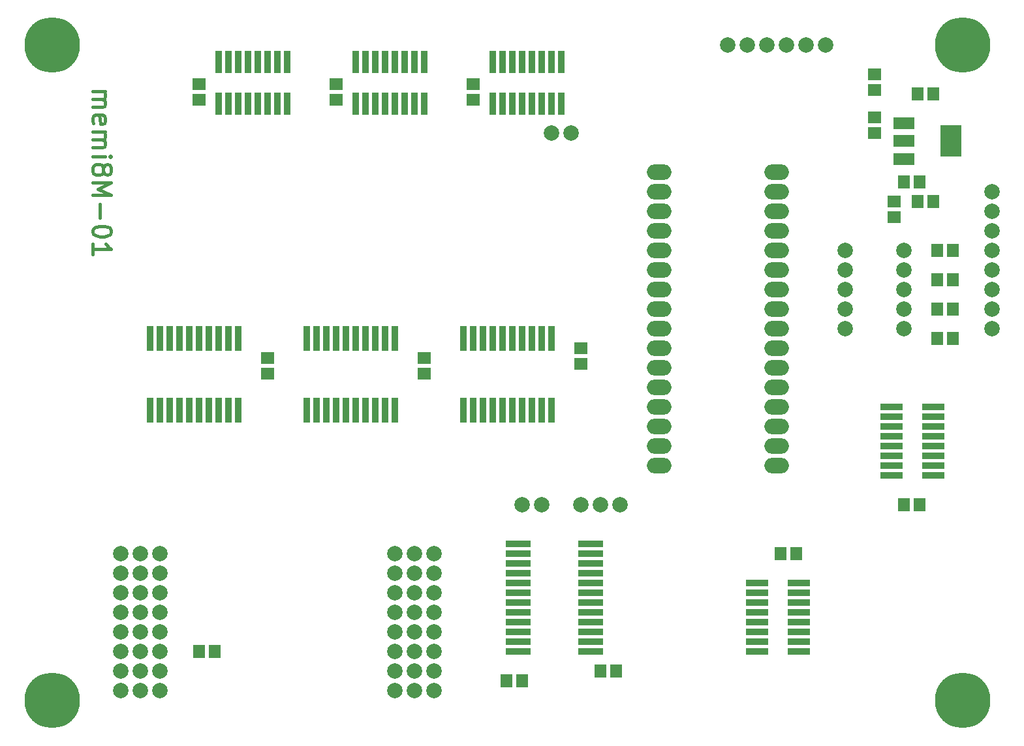
<source format=gts>
G04 #@! TF.FileFunction,Soldermask,Top*
%FSLAX46Y46*%
G04 Gerber Fmt 4.6, Leading zero omitted, Abs format (unit mm)*
G04 Created by KiCad (PCBNEW 4.0.7) date 01/31/20 11:09:44*
%MOMM*%
%LPD*%
G01*
G04 APERTURE LIST*
%ADD10C,0.100000*%
%ADD11C,0.400000*%
%ADD12R,1.600000X1.700000*%
%ADD13R,1.700000X1.600000*%
%ADD14C,2.000000*%
%ADD15R,0.900000X3.000000*%
%ADD16R,3.000000X0.900000*%
%ADD17O,3.200000X2.000000*%
%ADD18R,0.900000X3.200000*%
%ADD19R,2.700000X1.500000*%
%ADD20R,2.800000X4.050000*%
%ADD21R,3.200000X0.900000*%
%ADD22C,7.200000*%
G04 APERTURE END LIST*
D10*
D11*
X12884286Y-13615715D02*
X14484286Y-13615715D01*
X14255714Y-13615715D02*
X14370000Y-13730000D01*
X14484286Y-13958572D01*
X14484286Y-14301429D01*
X14370000Y-14530000D01*
X14141429Y-14644286D01*
X12884286Y-14644286D01*
X14141429Y-14644286D02*
X14370000Y-14758572D01*
X14484286Y-14987143D01*
X14484286Y-15330000D01*
X14370000Y-15558572D01*
X14141429Y-15672857D01*
X12884286Y-15672857D01*
X12998571Y-17730000D02*
X12884286Y-17501429D01*
X12884286Y-17044286D01*
X12998571Y-16815715D01*
X13227143Y-16701429D01*
X14141429Y-16701429D01*
X14370000Y-16815715D01*
X14484286Y-17044286D01*
X14484286Y-17501429D01*
X14370000Y-17730000D01*
X14141429Y-17844286D01*
X13912857Y-17844286D01*
X13684286Y-16701429D01*
X12884286Y-18872858D02*
X14484286Y-18872858D01*
X14255714Y-18872858D02*
X14370000Y-18987143D01*
X14484286Y-19215715D01*
X14484286Y-19558572D01*
X14370000Y-19787143D01*
X14141429Y-19901429D01*
X12884286Y-19901429D01*
X14141429Y-19901429D02*
X14370000Y-20015715D01*
X14484286Y-20244286D01*
X14484286Y-20587143D01*
X14370000Y-20815715D01*
X14141429Y-20930000D01*
X12884286Y-20930000D01*
X12884286Y-22072858D02*
X14484286Y-22072858D01*
X15284286Y-22072858D02*
X15170000Y-21958572D01*
X15055714Y-22072858D01*
X15170000Y-22187143D01*
X15284286Y-22072858D01*
X15055714Y-22072858D01*
X14255714Y-23558572D02*
X14370000Y-23330000D01*
X14484286Y-23215715D01*
X14712857Y-23101429D01*
X14827143Y-23101429D01*
X15055714Y-23215715D01*
X15170000Y-23330000D01*
X15284286Y-23558572D01*
X15284286Y-24015715D01*
X15170000Y-24244286D01*
X15055714Y-24358572D01*
X14827143Y-24472857D01*
X14712857Y-24472857D01*
X14484286Y-24358572D01*
X14370000Y-24244286D01*
X14255714Y-24015715D01*
X14255714Y-23558572D01*
X14141429Y-23330000D01*
X14027143Y-23215715D01*
X13798571Y-23101429D01*
X13341429Y-23101429D01*
X13112857Y-23215715D01*
X12998571Y-23330000D01*
X12884286Y-23558572D01*
X12884286Y-24015715D01*
X12998571Y-24244286D01*
X13112857Y-24358572D01*
X13341429Y-24472857D01*
X13798571Y-24472857D01*
X14027143Y-24358572D01*
X14141429Y-24244286D01*
X14255714Y-24015715D01*
X12884286Y-25501429D02*
X15284286Y-25501429D01*
X13570000Y-26301429D01*
X15284286Y-27101429D01*
X12884286Y-27101429D01*
X13798571Y-28244286D02*
X13798571Y-30072857D01*
X15284286Y-31672857D02*
X15284286Y-31901429D01*
X15170000Y-32130000D01*
X15055714Y-32244286D01*
X14827143Y-32358572D01*
X14370000Y-32472857D01*
X13798571Y-32472857D01*
X13341429Y-32358572D01*
X13112857Y-32244286D01*
X12998571Y-32130000D01*
X12884286Y-31901429D01*
X12884286Y-31672857D01*
X12998571Y-31444286D01*
X13112857Y-31330000D01*
X13341429Y-31215715D01*
X13798571Y-31101429D01*
X14370000Y-31101429D01*
X14827143Y-31215715D01*
X15055714Y-31330000D01*
X15170000Y-31444286D01*
X15284286Y-31672857D01*
X12884286Y-34758571D02*
X12884286Y-33387143D01*
X12884286Y-34072857D02*
X15284286Y-34072857D01*
X14941429Y-33844286D01*
X14712857Y-33615714D01*
X14598571Y-33387143D01*
D12*
X118110000Y-25400000D03*
X120154700Y-25400000D03*
D13*
X114300000Y-19050000D03*
X114300000Y-17005300D03*
X26670000Y-12700000D03*
X26670000Y-14744700D03*
X44450000Y-12700000D03*
X44450000Y-14744700D03*
X62230000Y-12700000D03*
X62230000Y-14744700D03*
D12*
X104140000Y-73660000D03*
X102095300Y-73660000D03*
X78740000Y-88900000D03*
X80784700Y-88900000D03*
X118110000Y-67310000D03*
X120154700Y-67310000D03*
D13*
X35560000Y-48260000D03*
X35560000Y-50304700D03*
X55880000Y-48260000D03*
X55880000Y-50304700D03*
X76200000Y-46990000D03*
X76200000Y-49034700D03*
D12*
X68580000Y-90170000D03*
X66535300Y-90170000D03*
X26670000Y-86360000D03*
X28714700Y-86360000D03*
X121920000Y-27940000D03*
X119875300Y-27940000D03*
X121920000Y-13970000D03*
X119875300Y-13970000D03*
D14*
X95250000Y-7620000D03*
X97790000Y-7620000D03*
X100330000Y-7620000D03*
X102870000Y-7620000D03*
X105410000Y-7620000D03*
X107950000Y-7620000D03*
X129540000Y-29210000D03*
X129540000Y-26670000D03*
X81280000Y-67310000D03*
X78740000Y-67310000D03*
X76200000Y-67310000D03*
X129540000Y-44450000D03*
X129540000Y-41910000D03*
X129540000Y-39370000D03*
X129540000Y-36830000D03*
X129540000Y-34290000D03*
X129540000Y-31750000D03*
X71120000Y-67310000D03*
X68580000Y-67310000D03*
X72390000Y-19050000D03*
X74930000Y-19050000D03*
D13*
X116840000Y-27940000D03*
X116840000Y-29984700D03*
X114300000Y-11430000D03*
X114300000Y-13474700D03*
D12*
X124460000Y-34290000D03*
X122415300Y-34290000D03*
X124460000Y-38100000D03*
X122415300Y-38100000D03*
X124460000Y-41910000D03*
X122415300Y-41910000D03*
X124460000Y-45720000D03*
X122415300Y-45720000D03*
D14*
X110490000Y-34290000D03*
X110490000Y-36830000D03*
X110490000Y-39370000D03*
X110490000Y-41910000D03*
X110490000Y-44450000D03*
X118110000Y-44450000D03*
X118110000Y-41910000D03*
X118110000Y-39370000D03*
X118110000Y-36830000D03*
X118110000Y-34290000D03*
D15*
X29210000Y-15240000D03*
X30480000Y-15240000D03*
X31750000Y-15240000D03*
X33020000Y-15240000D03*
X34290000Y-15240000D03*
X35560000Y-15240000D03*
X36830000Y-15240000D03*
X36830000Y-9842500D03*
X35560000Y-9842500D03*
X34290000Y-9842500D03*
X33020000Y-9842500D03*
X31750000Y-9842500D03*
X30480000Y-9842500D03*
X29210000Y-9842500D03*
X38100000Y-15240000D03*
X38100000Y-9842500D03*
X46990000Y-15240000D03*
X48260000Y-15240000D03*
X49530000Y-15240000D03*
X50800000Y-15240000D03*
X52070000Y-15240000D03*
X53340000Y-15240000D03*
X54610000Y-15240000D03*
X54610000Y-9842500D03*
X53340000Y-9842500D03*
X52070000Y-9842500D03*
X50800000Y-9842500D03*
X49530000Y-9842500D03*
X48260000Y-9842500D03*
X46990000Y-9842500D03*
X55880000Y-15240000D03*
X55880000Y-9842500D03*
X64770000Y-15240000D03*
X66040000Y-15240000D03*
X67310000Y-15240000D03*
X68580000Y-15240000D03*
X69850000Y-15240000D03*
X71120000Y-15240000D03*
X72390000Y-15240000D03*
X72390000Y-9842500D03*
X71120000Y-9842500D03*
X69850000Y-9842500D03*
X68580000Y-9842500D03*
X67310000Y-9842500D03*
X66040000Y-9842500D03*
X64770000Y-9842500D03*
X73660000Y-15240000D03*
X73660000Y-9842500D03*
D16*
X99060000Y-77470000D03*
X99060000Y-78740000D03*
X99060000Y-80010000D03*
X99060000Y-81280000D03*
X99060000Y-82550000D03*
X99060000Y-83820000D03*
X99060000Y-85090000D03*
X104457500Y-85090000D03*
X104457500Y-83820000D03*
X104457500Y-82550000D03*
X104457500Y-81280000D03*
X104457500Y-80010000D03*
X104457500Y-78740000D03*
X104457500Y-77470000D03*
X99060000Y-86360000D03*
X104457500Y-86360000D03*
D17*
X86360000Y-24130000D03*
X86360000Y-26670000D03*
X86360000Y-29210000D03*
X86360000Y-31750000D03*
X86360000Y-34290000D03*
X86360000Y-36830000D03*
X86360000Y-39370000D03*
X86360000Y-41910000D03*
X86360000Y-44450000D03*
X86360000Y-46990000D03*
X86360000Y-49530000D03*
X86360000Y-52070000D03*
X86360000Y-54610000D03*
X86360000Y-57150000D03*
X86360000Y-59690000D03*
X86360000Y-62230000D03*
X101600000Y-62230000D03*
X101600000Y-59690000D03*
X101600000Y-57150000D03*
X101600000Y-54610000D03*
X101600000Y-52070000D03*
X101600000Y-49530000D03*
X101600000Y-46990000D03*
X101600000Y-44450000D03*
X101600000Y-41910000D03*
X101600000Y-39370000D03*
X101600000Y-36830000D03*
X101600000Y-34290000D03*
X101600000Y-31750000D03*
X101600000Y-29210000D03*
X101600000Y-26670000D03*
X101600000Y-24130000D03*
D18*
X31750000Y-45720000D03*
X30480000Y-45720000D03*
X29210000Y-45720000D03*
X27940000Y-45720000D03*
X26670000Y-45720000D03*
X25400000Y-45720000D03*
X24130000Y-45720000D03*
X22860000Y-45720000D03*
X21590000Y-45720000D03*
X20320000Y-45720000D03*
X20320000Y-55016400D03*
X21590000Y-55016400D03*
X22860000Y-55016400D03*
X24130000Y-55016400D03*
X25400000Y-55016400D03*
X26670000Y-55016400D03*
X27940000Y-55016400D03*
X29210000Y-55016400D03*
X30480000Y-55016400D03*
X31750000Y-55016400D03*
X52070000Y-45720000D03*
X50800000Y-45720000D03*
X49530000Y-45720000D03*
X48260000Y-45720000D03*
X46990000Y-45720000D03*
X45720000Y-45720000D03*
X44450000Y-45720000D03*
X43180000Y-45720000D03*
X41910000Y-45720000D03*
X40640000Y-45720000D03*
X40640000Y-55016400D03*
X41910000Y-55016400D03*
X43180000Y-55016400D03*
X44450000Y-55016400D03*
X45720000Y-55016400D03*
X46990000Y-55016400D03*
X48260000Y-55016400D03*
X49530000Y-55016400D03*
X50800000Y-55016400D03*
X52070000Y-55016400D03*
X72390000Y-45720000D03*
X71120000Y-45720000D03*
X69850000Y-45720000D03*
X68580000Y-45720000D03*
X67310000Y-45720000D03*
X66040000Y-45720000D03*
X64770000Y-45720000D03*
X63500000Y-45720000D03*
X62230000Y-45720000D03*
X60960000Y-45720000D03*
X60960000Y-55016400D03*
X62230000Y-55016400D03*
X63500000Y-55016400D03*
X64770000Y-55016400D03*
X66040000Y-55016400D03*
X67310000Y-55016400D03*
X68580000Y-55016400D03*
X69850000Y-55016400D03*
X71120000Y-55016400D03*
X72390000Y-55016400D03*
D19*
X118110000Y-17780000D03*
X118110000Y-20078700D03*
X118110000Y-22377400D03*
D20*
X124206000Y-20078700D03*
D16*
X121920000Y-63500000D03*
X121920000Y-62230000D03*
X121920000Y-60960000D03*
X121920000Y-59690000D03*
X121920000Y-58420000D03*
X121920000Y-57150000D03*
X121920000Y-55880000D03*
X116522500Y-55880000D03*
X116522500Y-57150000D03*
X116522500Y-58420000D03*
X116522500Y-59690000D03*
X116522500Y-60960000D03*
X116522500Y-62230000D03*
X116522500Y-63500000D03*
X121920000Y-54610000D03*
X116522500Y-54610000D03*
D14*
X21590000Y-73660000D03*
X19050000Y-73660000D03*
X16510000Y-73660000D03*
X21590000Y-76200000D03*
X19050000Y-76200000D03*
X16510000Y-76200000D03*
X21590000Y-78740000D03*
X19050000Y-78740000D03*
X16510000Y-78740000D03*
X21590000Y-81280000D03*
X19050000Y-81280000D03*
X16510000Y-81280000D03*
X21590000Y-83820000D03*
X19050000Y-83820000D03*
X16510000Y-83820000D03*
X21590000Y-86360000D03*
X19050000Y-86360000D03*
X16510000Y-86360000D03*
X21590000Y-88900000D03*
X19050000Y-88900000D03*
X16510000Y-88900000D03*
X21590000Y-91440000D03*
X19050000Y-91440000D03*
X16510000Y-91440000D03*
X57150000Y-91440000D03*
X54610000Y-91440000D03*
X52070000Y-91440000D03*
X57150000Y-88900000D03*
X54610000Y-88900000D03*
X52070000Y-88900000D03*
X57150000Y-86360000D03*
X54610000Y-86360000D03*
X52070000Y-86360000D03*
X57150000Y-83820000D03*
X54610000Y-83820000D03*
X52070000Y-83820000D03*
X57150000Y-81280000D03*
X54610000Y-81280000D03*
X52070000Y-81280000D03*
X57150000Y-78740000D03*
X54610000Y-78740000D03*
X52070000Y-78740000D03*
X57150000Y-76200000D03*
X54610000Y-76200000D03*
X52070000Y-76200000D03*
X57150000Y-73660000D03*
X54610000Y-73660000D03*
X52070000Y-73660000D03*
D21*
X77470000Y-86360000D03*
X77470000Y-85090000D03*
X77470000Y-83820000D03*
X77470000Y-82550000D03*
X77470000Y-81280000D03*
X77470000Y-80010000D03*
X77470000Y-78740000D03*
X77470000Y-77470000D03*
X77470000Y-76200000D03*
X77470000Y-74930000D03*
X77470000Y-73660000D03*
X77470000Y-72390000D03*
X68072000Y-72390000D03*
X68072000Y-73660000D03*
X68072000Y-74930000D03*
X68072000Y-76200000D03*
X68072000Y-77470000D03*
X68072000Y-78740000D03*
X68072000Y-80010000D03*
X68072000Y-81280000D03*
X68072000Y-82550000D03*
X68072000Y-83820000D03*
X68072000Y-85090000D03*
X68072000Y-86360000D03*
D22*
X7620000Y-92710000D03*
X7620000Y-7620000D03*
X125730000Y-7620000D03*
X125730000Y-92710000D03*
M02*

</source>
